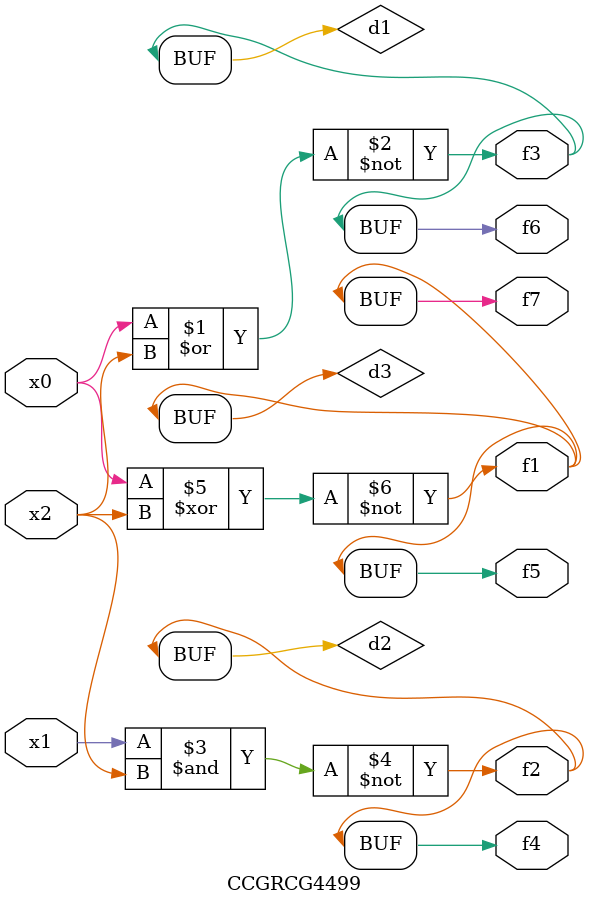
<source format=v>
module CCGRCG4499(
	input x0, x1, x2,
	output f1, f2, f3, f4, f5, f6, f7
);

	wire d1, d2, d3;

	nor (d1, x0, x2);
	nand (d2, x1, x2);
	xnor (d3, x0, x2);
	assign f1 = d3;
	assign f2 = d2;
	assign f3 = d1;
	assign f4 = d2;
	assign f5 = d3;
	assign f6 = d1;
	assign f7 = d3;
endmodule

</source>
